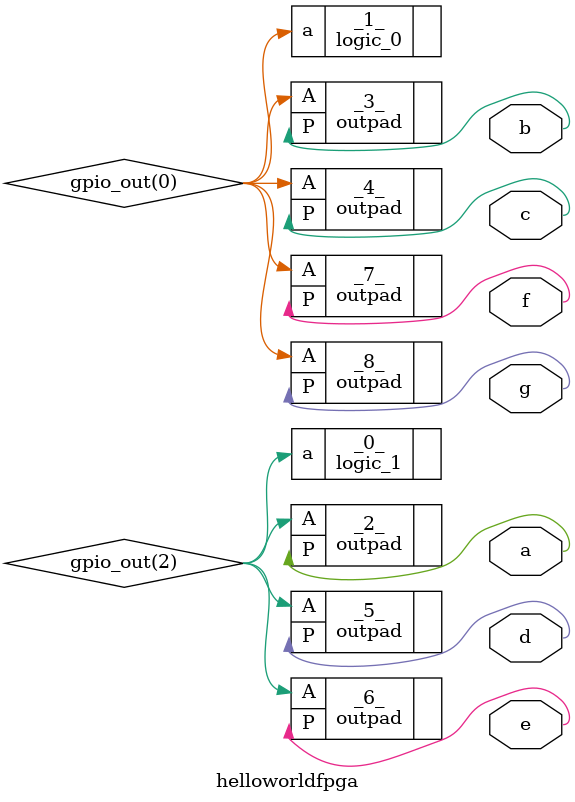
<source format=v>
/* Generated by Yosys 0.9+2406 (git sha1 ca763e6d5, gcc 12.2.0-14+deb12u1 -fPIC -Os) */

(* top =  1  *)
(* src = "/root/vaman/fpga/sevenseg/codes/static/sevenseg_word.v:8.1-22.10" *)
module helloworldfpga(a, b, c, d, e, f, g);
  (* src = "/root/vaman/fpga/sevenseg/codes/static/sevenseg_word.v:9.25-9.26" *)
  output a;
  (* src = "/root/vaman/fpga/sevenseg/codes/static/sevenseg_word.v:10.25-10.26" *)
  output b;
  (* src = "/root/vaman/fpga/sevenseg/codes/static/sevenseg_word.v:11.25-11.26" *)
  output c;
  (* src = "/root/vaman/fpga/sevenseg/codes/static/sevenseg_word.v:12.21-12.22" *)
  output d;
  (* src = "/root/vaman/fpga/sevenseg/codes/static/sevenseg_word.v:13.23-13.24" *)
  output e;
  (* src = "/root/vaman/fpga/sevenseg/codes/static/sevenseg_word.v:14.22-14.23" *)
  output f;
  (* src = "/root/vaman/fpga/sevenseg/codes/static/sevenseg_word.v:15.23-15.24" *)
  output g;
  (* src = "/root/vaman/fpga/sevenseg/codes/static/sevenseg_word.v:19.11-19.19" *)
  wire \gpio_out(0) ;
  (* src = "/root/vaman/fpga/sevenseg/codes/static/sevenseg_word.v:19.11-19.19" *)
  wire \gpio_out(2) ;
  logic_1 _0_ (
    .a(\gpio_out(2) )
  );
  logic_0 _1_ (
    .a(\gpio_out(0) )
  );
  (* keep = 32'd1 *)
  outpad #(
    .IO_LOC("X12Y3"),
    .IO_PAD("3"),
    .IO_TYPE("BIDIR")
  ) _2_ (
    .A(\gpio_out(2) ),
    .P(a)
  );
  (* keep = 32'd1 *)
  outpad #(
    .IO_LOC("X14Y3"),
    .IO_PAD("64"),
    .IO_TYPE("BIDIR")
  ) _3_ (
    .A(\gpio_out(0) ),
    .P(b)
  );
  (* keep = 32'd1 *)
  outpad #(
    .IO_LOC("X16Y3"),
    .IO_PAD("62"),
    .IO_TYPE("BIDIR")
  ) _4_ (
    .A(\gpio_out(0) ),
    .P(c)
  );
  (* keep = 32'd1 *)
  outpad #(
    .IO_LOC("X18Y3"),
    .IO_PAD("63"),
    .IO_TYPE("BIDIR")
  ) _5_ (
    .A(\gpio_out(2) ),
    .P(d)
  );
  (* keep = 32'd1 *)
  outpad #(
    .IO_LOC("X20Y3"),
    .IO_PAD("61"),
    .IO_TYPE("BIDIR")
  ) _6_ (
    .A(\gpio_out(2) ),
    .P(e)
  );
  (* keep = 32'd1 *)
  outpad #(
    .IO_LOC("X24Y3"),
    .IO_PAD("59"),
    .IO_TYPE("BIDIR")
  ) _7_ (
    .A(\gpio_out(0) ),
    .P(f)
  );
  (* keep = 32'd1 *)
  outpad #(
    .IO_LOC("X26Y3"),
    .IO_PAD("57"),
    .IO_TYPE("BIDIR")
  ) _8_ (
    .A(\gpio_out(0) ),
    .P(g)
  );
endmodule

</source>
